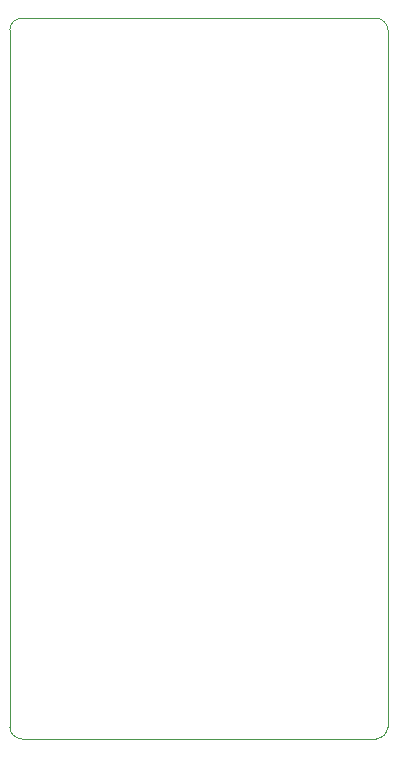
<source format=gbr>
%TF.GenerationSoftware,KiCad,Pcbnew,9.0.4*%
%TF.CreationDate,2025-10-18T11:14:00+02:00*%
%TF.ProjectId,versie_2,76657273-6965-45f3-922e-6b696361645f,rev?*%
%TF.SameCoordinates,Original*%
%TF.FileFunction,Profile,NP*%
%FSLAX46Y46*%
G04 Gerber Fmt 4.6, Leading zero omitted, Abs format (unit mm)*
G04 Created by KiCad (PCBNEW 9.0.4) date 2025-10-18 11:14:00*
%MOMM*%
%LPD*%
G01*
G04 APERTURE LIST*
%TA.AperFunction,Profile*%
%ADD10C,0.050000*%
%TD*%
G04 APERTURE END LIST*
D10*
X217000000Y-50500000D02*
G75*
G02*
X218000000Y-51500000I0J-1000000D01*
G01*
X218000000Y-110500000D02*
G75*
G02*
X217000000Y-111500000I-1000000J0D01*
G01*
X186000000Y-51500000D02*
G75*
G02*
X187000000Y-50500000I1000000J0D01*
G01*
X187000000Y-111500000D02*
G75*
G02*
X186000000Y-110500000I0J1000000D01*
G01*
X218000000Y-51500000D02*
X218000000Y-110500000D01*
X187000000Y-50500000D02*
X217000000Y-50500000D01*
X217000000Y-111500000D02*
X187000000Y-111500000D01*
X186000000Y-110500000D02*
X186000000Y-51500000D01*
M02*

</source>
